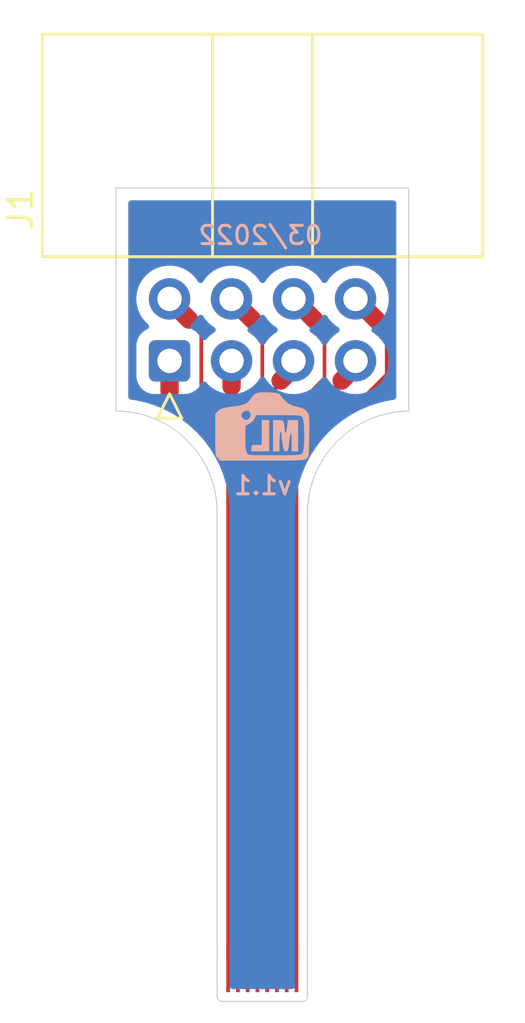
<source format=kicad_pcb>
(kicad_pcb (version 20211014) (generator pcbnew)
  (layers (0 "F.Cu" signal) (31 "B.Cu" signal) (34 "B.Paste" user) (35 "F.Paste" user) (36 "B.SilkS" user "B.Silkscreen") (37 "F.SilkS" user "F.Silkscreen") (38 "B.Mask" user) (39 "F.Mask" user) (44 "Edge.Cuts" user))
  (net 0 "")
  (net 1 "/1")
  (net 2 "/2")
  (net 3 "/3")
  (net 4 "/4")
  (net 5 "/5")
  (net 6 "/6")
  (net 7 "/7")
  (net 8 "/8")
  (footprint "Connector_IDC:IDC-Header_2x04_P2.54mm_Horizontal" (layer "F.Cu") (at 46.2 49.94 90)
    (fp_text reference "J1" (at 6.215 -6.1 90) (layer "F.SilkS"))
    (fp_text value "Conn_02x04_Odd_Even")
    (fp_line (start -1.35 0) (end -2.35 -0.5) (layer "F.SilkS") (width 0.12))
    (fp_line (start -2.35 0.5) (end -1.35 0) (layer "F.SilkS") (width 0.12))
    (fp_line (start 4.27 1.76) (end 13.39 1.76) (layer "F.SilkS") (width 0.12))
    (fp_line (start -2.35 -0.5) (end -2.35 0.5) (layer "F.SilkS") (width 0.12))
    (fp_line (start 4.27 12.83) (end 4.27 -5.21) (layer "F.SilkS") (width 0.12))
    (fp_line (start 4.27 5.86) (end 13.39 5.86) (layer "F.SilkS") (width 0.12))
    (fp_line (start 13.39 12.83) (end 4.27 12.83) (layer "F.SilkS") (width 0.12))
    (fp_line (start 13.39 -5.21) (end 13.39 12.83) (layer "F.SilkS") (width 0.12))
    (fp_line (start 4.27 -5.21) (end 13.39 -5.21) (layer "F.SilkS") (width 0.12))
    (pad "1" thru_hole roundrect locked (at 0 0 90) (size 1.7 1.7) (drill 1) (layers *.Cu *.Mask) (roundrect_rratio 0.1470588235) (net 1 "/1"))
    (pad "2" thru_hole circle locked (at 2.54 0 90) (size 1.7 1.7) (drill 1) (layers *.Cu *.Mask) (net 2 "/2"))
    (pad "3" thru_hole circle locked (at 0 2.54 90) (size 1.7 1.7) (drill 1) (layers *.Cu *.Mask) (net 3 "/3"))
    (pad "4" thru_hole circle locked (at 2.54 2.54 90) (size 1.7 1.7) (drill 1) (layers *.Cu *.Mask) (net 4 "/4"))
    (pad "5" thru_hole circle locked (at 0 5.08 90) (size 1.7 1.7) (drill 1) (layers *.Cu *.Mask) (net 5 "/5"))
    (pad "6" thru_hole circle locked (at 2.54 5.08 90) (size 1.7 1.7) (drill 1) (layers *.Cu *.Mask) (net 6 "/6"))
    (pad "7" thru_hole circle locked (at 0 7.62 90) (size 1.7 1.7) (drill 1) (layers *.Cu *.Mask) (net 7 "/7"))
    (pad "8" thru_hole circle locked (at 2.54 7.62 90) (size 1.7 1.7) (drill 1) (layers *.Cu *.Mask) (net 8 "/8"))
  )
  (footprint "canon-service-cable:service_connector_pads" (layer "F.Cu") (at 48.25 74.57)
    (fp_text reference "U1" hide)
    (fp_text value "service_connector")
    (pad "1" smd rect (at 0.35 0.25) (size 0.1524 2) (layers "F.Cu" "F.Paste" "F.Mask") (net 1 "/1"))
    (pad "2" smd rect (at 0.75 0.25) (size 0.1524 2) (layers "F.Cu" "F.Paste" "F.Mask") (net 2 "/2"))
    (pad "3" smd rect (at 1.15 0.25) (size 0.1524 2) (layers "F.Cu" "F.Paste" "F.Mask") (net 3 "/3"))
    (pad "4" smd rect (at 1.55 0.25) (size 0.1524 2) (layers "F.Cu" "F.Paste" "F.Mask") (net 4 "/4"))
    (pad "5" smd rect (at 1.95 0.25) (size 0.1524 2) (layers "F.Cu" "F.Paste" "F.Mask") (net 5 "/5"))
    (pad "6" smd rect (at 2.35 0.25) (size 0.1524 2) (layers "F.Cu" "F.Paste" "F.Mask") (net 6 "/6"))
    (pad "7" smd rect (at 2.75 0.25) (size 0.1524 2) (layers "F.Cu" "F.Paste" "F.Mask") (net 7 "/7"))
    (pad "8" smd rect (at 3.15 0.25) (size 0.1524 2) (layers "F.Cu" "F.Paste" "F.Mask") (net 8 "/8"))
  )
  (footprint "canon-service-cable:logo" (layer "B.Cu") (at 48.11 54 180)
    (fp_text reference "G1" hide)
    (fp_text value "ml_logo" hide)
    (fp_poly (pts (xy -2.909821 1.350043) (xy -2.886659 1.208764) (xy -2.85749 1.123154) (xy -2.8292 1.100156) (xy -2.808674 1.146712) (xy -2.802467 1.241807) (xy -2.793624 1.374776) (xy -2.776008 1.493308) (xy -2.754386 1.57258) (xy -2.714453 1.611532) (xy -2.631104 1.62443) (xy -2.543175 1.6256) (xy -2.3368 1.6256) (xy -2.3368 0.3556) (xy -2.5908 0.3556) (xy -2.5908 0.757766) (xy -2.595023 0.947463) (xy -2.606777 1.083716) (xy -2.624696 1.153525) (xy -2.633133 1.159933) (xy -2.667764 1.124554) (xy -2.675467 1.076996) (xy -2.681518 0.995918) (xy -2.697475 0.859116) (xy -2.720044 0.694497) (xy -2.722946 0.674829) (xy -2.751374 0.507806) (xy -2.77921 0.409498) (xy -2.812477 0.364212) (xy -2.845417 0.3556) (xy -2.895843 0.364125) (xy -2.93094 0.399907) (xy -2.956314 0.478256) (xy -2.977575 0.614484) (xy -2.993895 0.760973) (xy -3.019233 0.961471) (xy -3.043769 1.078453) (xy -3.065678 1.11179) (xy -3.083138 1.061351) (xy -3.094326 0.927008) (xy -3.097513 0.76835) (xy -3.0988 0.3556) (xy -3.3528 0.3556) (xy -3.3528 1.6256) (xy -2.93933 1.6256) (xy -2.909821 1.350043)) (layer "B.SilkS") (width 0.01) (fill solid))
    (fp_poly (pts (xy -1.871133 0.6096) (xy -1.659467 0.6096) (xy -1.534165 0.606825) (xy -1.471682 0.589765) (xy -1.450177 0.545316) (xy -1.4478 0.4826) (xy -1.4478 0.3556) (xy -2.167467 0.3556) (xy -2.167467 1.6256) (xy -1.871133 1.6256) (xy -1.871133 0.6096)) (layer "B.SilkS") (width 0.01) (fill solid))
    (fp_poly (pts (xy -1.741838 2.754445) (xy -1.625447 2.721626) (xy -1.537565 2.660606) (xy -1.459613 2.56479) (xy -1.423442 2.509544) (xy -1.344963 2.404804) (xy -1.250776 2.32673) (xy -1.124916 2.268621) (xy -0.951417 2.223774) (xy -0.714315 2.18549) (xy -0.623178 2.173627) (xy -0.422307 2.145948) (xy -0.285504 2.11869) (xy -0.192447 2.085445) (xy -0.122814 2.039803) (xy -0.083428 2.003408) (xy 0.033867 1.886113) (xy 0.033867 1.034265) (xy 0.033621 0.74555) (xy 0.031998 0.529265) (xy 0.027667 0.373174) (xy 0.019298 0.265041) (xy 0.005561 0.19263) (xy -0.014876 0.143704) (xy -0.043341 0.106028) (xy -0.070043 0.078509) (xy -0.173952 -0.0254) (xy -1.885686 -0.0254) (xy -2.312484 -0.025222) (xy -2.662753 -0.024444) (xy -2.94463 -0.022704) (xy -3.166253 -0.019639) (xy -3.335759 -0.014885) (xy -3.461285 -0.00808) (xy -3.550969 0.00114) (xy -3.612947 0.013138) (xy -3.655358 0.028277) (xy -3.686338 0.04692) (xy -3.69736 0.055447) (xy -3.731471 0.085626) (xy -3.756975 0.121263) (xy -3.775335 0.174412) (xy -3.788014 0.257128) (xy -3.796476 0.381468) (xy -3.802182 0.559487) (xy -3.806596 0.80324) (xy -3.809095 0.976197) (xy -3.810519 1.094707) (xy -3.613414 1.094707) (xy -3.61242 0.86772) (xy -3.603882 0.652135) (xy -3.587852 0.466628) (xy -3.564383 0.329873) (xy -3.536739 0.263683) (xy -3.50936 0.239792) (xy -3.468951 0.221363) (xy -3.405197 0.207694) (xy -3.307782 0.198087) (xy -3.166389 0.191842) (xy -2.970701 0.188256) (xy -2.710403 0.186632) (xy -2.396139 0.186266) (xy -2.067868 0.186453) (xy -1.813936 0.187581) (xy -1.624014 0.190507) (xy -1.487774 0.196086) (xy -1.39489 0.205172) (xy -1.335031 0.21862) (xy -1.297871 0.237286) (xy -1.273082 0.262025) (xy -1.259701 0.280353) (xy -1.229719 0.344341) (xy -1.209834 0.444552) (xy -1.198461 0.595648) (xy -1.194018 0.81229) (xy -1.1938 0.890699) (xy -1.1938 1.40696) (xy -1.35255 1.48453) (xy -1.496412 1.58981) (xy -1.571857 1.699683) (xy -1.623166 1.816259) (xy -1.421293 1.816259) (xy -1.384285 1.725468) (xy -1.2899 1.64158) (xy -1.179923 1.636023) (xy -1.090991 1.692124) (xy -1.030126 1.800138) (xy -1.049705 1.908603) (xy -1.127461 1.987466) (xy -1.244421 2.02655) (xy -1.344171 1.999013) (xy -1.409025 1.922901) (xy -1.421293 1.816259) (xy -1.623166 1.816259) (xy -1.632413 1.837266) (xy -2.553706 1.837266) (xy -2.855606 1.837004) (xy -3.084084 1.835501) (xy -3.250386 1.831686) (xy -3.365757 1.824488) (xy -3.441441 1.812834) (xy -3.488684 1.795654) (xy -3.51873 1.771874) (xy -3.5409 1.74318) (xy -3.570607 1.657333) (xy -3.59256 1.508189) (xy -3.606812 1.314422) (xy -3.613414 1.094707) (xy -3.810519 1.094707) (xy -3.812579 1.266147) (xy -3.813125 1.484324) (xy -3.809782 1.643595) (xy -3.801599 1.756829) (xy -3.787625 1.836897) (xy -3.766909 1.896666) (xy -3.738501 1.949007) (xy -3.737036 1.951377) (xy -3.623788 2.071098) (xy -3.481825 2.131294) (xy -3.321502 2.173123) (xy -3.153446 2.217062) (xy -3.132663 2.222504) (xy -2.943385 2.31274) (xy -2.756505 2.480478) (xy -2.627507 2.646193) (xy -2.589362 2.69279) (xy -2.539317 2.723389) (xy -2.459217 2.742249) (xy -2.330905 2.753629) (xy -2.136225 2.761787) (xy -2.134465 2.761847) (xy -1.905318 2.765654) (xy -1.741838 2.754445)) (layer "B.SilkS") (width 0.01) (fill solid))
  )
  (gr_line (start 48.35 76.2) (end 51.65 76.2) (layer "Edge.Cuts") (width 0.05))
  (gr_arc (start 44 52) (mid 46.952314 53.23313) (end 48.15 56.2) (layer "Edge.Cuts") (width 0.05))
  (gr_line (start 44 42.85) (end 56 42.85) (layer "Edge.Cuts") (width 0.05))
  (gr_arc (start 48.35 76.2) (mid 48.208579 76.141421) (end 48.15 76) (layer "Edge.Cuts") (width 0.05))
  (gr_arc (start 51.85 76) (mid 51.791421 76.141421) (end 51.65 76.2) (layer "Edge.Cuts") (width 0.05))
  (gr_line (start 48.15 76) (end 48.15 56.2) (layer "Edge.Cuts") (width 0.05))
  (gr_arc (start 51.849702 56.2) (mid 53.062315 53.247671) (end 56 52) (layer "Edge.Cuts") (width 0.05))
  (gr_line (start 44 52) (end 44 42.85) (layer "Edge.Cuts") (width 0.05))
  (gr_line (start 51.849702 56.2) (end 51.85 76) (layer "Edge.Cuts") (width 0.05))
  (gr_line (start 56 42.85) (end 56 52) (layer "Edge.Cuts") (width 0.05))
  (gr_text "03/2022" (at 49.9237 44.7929) (layer "B.SilkS") (effects (font (size 0.75 0.75) (thickness 0.125)) (justify mirror)))
  (gr_text "v1.1" (at 50.02784 55.04942) (layer "B.SilkS") (effects (font (size 0.75 0.75) (thickness 0.125)) (justify mirror)))
  (segment (start 48.6 53.6) (end 46.2 51.2) (width 0.1524) (layer "F.Cu") (net 1))
  (segment (start 46.2 49.94) (end 46.2 51.2) (width 0.75) (layer "F.Cu") (net 1))
  (segment (start 48.6 74.5236) (end 48.6 53.6) (width 0.1524) (layer "F.Cu") (net 1))
  (segment (start 49 53) (end 47.5 51.5) (width 0.1524) (layer "F.Cu") (net 2))
  (segment (start 45.97 47.4) (end 45.97 47.42) (width 0.75) (layer "F.Cu") (net 2))
  (segment (start 47.5 48.7) (end 46.2 47.4) (width 0.1524) (layer "F.Cu") (net 2))
  (segment (start 47.5 51.5) (end 47.5 48.7) (width 0.1524) (layer "F.Cu") (net 2))
  (segment (start 46.2 47.4) (end 46.4 47.4) (width 0.75) (layer "F.Cu") (net 2))
  (segment (start 49 74.5236) (end 49 53) (width 0.1524) (layer "F.Cu") (net 2))
  (segment (start 46.2 47.4) (end 46.2 47.45) (width 0.75) (layer "F.Cu") (net 2))
  (segment (start 46.2 47.45) (end 47 48.25) (width 0.75) (layer "F.Cu") (net 2))
  (segment (start 48.74 49.94) (end 48.74 50.99) (width 0.75) (layer "F.Cu") (net 3))
  (segment (start 49.4 74.5236) (end 49.4 52.6) (width 0.1524) (layer "F.Cu") (net 3))
  (segment (start 49.4 52.6) (end 48.74 51.94) (width 0.1524) (layer "F.Cu") (net 3))
  (segment (start 48.74 51.94) (end 48.74 50.99) (width 0.1524) (layer "F.Cu") (net 3))
  (segment (start 50 49.25) (end 50 48.66) (width 0.1524) (layer "F.Cu") (net 4))
  (segment (start 50 49.07) (end 50 49.25) (width 0.1524) (layer "F.Cu") (net 4))
  (segment (start 50 48.66) (end 48.74 47.4) (width 0.1524) (layer "F.Cu") (net 4))
  (segment (start 48.74 47.4) (end 49.59 48.25) (width 0.75) (layer "F.Cu") (net 4))
  (segment (start 50 50.75) (end 50 49.25) (width 0.1524) (layer "F.Cu") (net 4))
  (segment (start 48.51 47.4) (end 48.51 47.41) (width 0.75) (layer "F.Cu") (net 4))
  (segment (start 49.8 50.95) (end 50 50.75) (width 0.1524) (layer "F.Cu") (net 4))
  (segment (start 49.8 74.5236) (end 49.8 50.95) (width 0.1524) (layer "F.Cu") (net 4))
  (segment (start 50.2 74.5236) (end 50.2 51.4) (width 0.1524) (layer "F.Cu") (net 5))
  (segment (start 50.2 51.4) (end 50.375 51.225) (width 0.1524) (layer "F.Cu") (net 5))
  (segment (start 51.28 49.94) (end 51.28 50.22) (width 0.75) (layer "F.Cu") (net 5))
  (segment (start 50.375 51.225) (end 50.6 51) (width 0.1524) (layer "F.Cu") (net 5))
  (segment (start 51.28 50.22) (end 50.75 50.75) (width 0.75) (layer "F.Cu") (net 5))
  (segment (start 50.6 63.75) (end 50.6 63.6492) (width 0.1524) (layer "F.Cu") (net 6))
  (segment (start 50.6 74.5236) (end 50.6 63.6492) (width 0.1524) (layer "F.Cu") (net 6))
  (segment (start 52.5 48.62) (end 51.28 47.4) (width 0.1524) (layer "F.Cu") (net 6))
  (segment (start 50.6 63.6492) (end 50.6 52.6) (width 0.1524) (layer "F.Cu") (net 6))
  (segment (start 50.6 52.6) (end 52.55 50.65) (width 0.1524) (layer "F.Cu") (net 6))
  (segment (start 51.28 47.4) (end 52.13 48.25) (width 0.75) (layer "F.Cu") (net 6))
  (segment (start 52.55 50.65) (end 52.55 48.67) (width 0.1524) (layer "F.Cu") (net 6))
  (segment (start 52.55 48.67) (end 52.5 48.62) (width 0.1524) (layer "F.Cu") (net 6))
  (segment (start 52.35 48.47) (end 52.13 48.25) (width 0.1524) (layer "F.Cu") (net 6))
  (segment (start 51 53.25) (end 51 67.7704) (width 0.1524) (layer "F.Cu") (net 7))
  (segment (start 51.1 52.9) (end 51 53) (width 0.1524) (layer "F.Cu") (net 7))
  (segment (start 51 53.25) (end 51 53.15) (width 0.1524) (layer "F.Cu") (net 7))
  (segment (start 53.59 49.94) (end 53.59 50.41) (width 0.75) (layer "F.Cu") (net 7))
  (segment (start 52.810803 51.189197) (end 52.9 51.1) (width 0.1524) (layer "F.Cu") (net 7))
  (segment (start 53.82 50.18) (end 53.25 50.75) (width 0.75) (layer "F.Cu") (net 7))
  (segment (start 52.65 51.35) (end 51.1 52.9) (width 0.1524) (layer "F.Cu") (net 7))
  (segment (start 51 53.15) (end 51 53) (width 0.1524) (layer "F.Cu") (net 7))
  (segment (start 53.59 49.94) (end 53.59 50.31) (width 0.75) (layer "F.Cu") (net 7))
  (segment (start 52.65 51.35) (end 52.9 51.1) (width 0.1524) (layer "F.Cu") (net 7))
  (segment (start 51 67.7704) (end 51 74.5236) (width 0.1524) (layer "F.Cu") (net 7))
  (segment (start 52.9 51.1) (end 53.05 50.95) (width 0.1524) (layer "F.Cu") (net 7))
  (segment (start 53.82 49.94) (end 53.82 50.18) (width 0.75) (layer "F.Cu") (net 7))
  (segment (start 51 53) (end 51 53.25) (width 0.1524) (layer "F.Cu") (net 7))
  (segment (start 53.431606 49.94) (end 53.67 49.94) (width 0.1524) (layer "F.Cu") (net 7))
  (segment (start 54.67 48.25) (end 55.1 48.68) (width 0.1524) (layer "F.Cu") (net 8))
  (segment (start 53.82 47.4) (end 54.67 48.25) (width 0.75) (layer "F.Cu") (net 8))
  (segment (start 55.1 50.5) (end 54.775 50.825) (width 0.1524) (layer "F.Cu") (net 8))
  (segment (start 54.775 50.825) (end 55 50.6) (width 0.1524) (layer "F.Cu") (net 8))
  (segment (start 51.4 53.6) (end 51.4 70.6216) (width 0.1524) (layer "F.Cu") (net 8))
  (segment (start 55 48.58) (end 54.67 48.25) (width 0.1524) (layer "F.Cu") (net 8))
  (segment (start 53.475 51.525) (end 51.4 53.6) (width 0.1524) (layer "F.Cu") (net 8))
  (segment (start 54.075 51.525) (end 53.475 51.525) (width 0.1524) (layer "F.Cu") (net 8))
  (segment (start 55.1 48.68) (end 55.1 50.5) (width 0.1524) (layer "F.Cu") (net 8))
  (segment (start 54.775 50.825) (end 54.075 51.525) (width 0.1524) (layer "F.Cu") (net 8))
  (segment (start 51.4 70.6216) (end 51.4 74.5236) (width 0.1524) (layer "F.Cu") (net 8))
  (zone (net 0) (net_name "") (layer "B.Cu") (connect_pads (clearance 0.508)) (min_thickness 0.254) (fill yes (thermal_gap 0.508) (thermal_bridge_width 0.508))
    (polygon (pts (xy 57.2 52.3) (xy 53.2 55.7) (xy 52.7 77.1) (xy 46.8 77.1) (xy 46.7 55.6) (xy 42.3 52.2) (xy 42.3 42.3) (xy 57.4 42.3)))
  )
)
</source>
